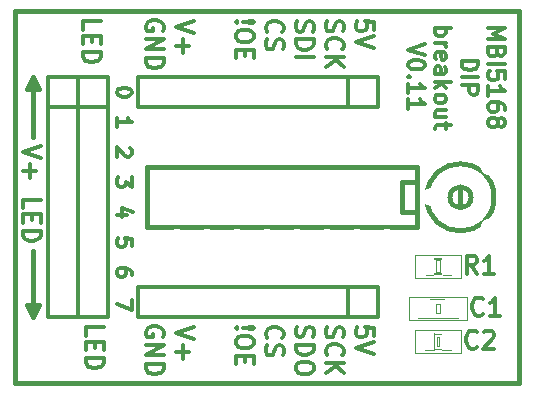
<source format=gto>
G04 (created by PCBNEW (2013-01-23 BZR 3920)-testing) date Thu 24 Jan 2013 02:16:04 AM CET*
%MOIN*%
G04 Gerber Fmt 3.4, Leading zero omitted, Abs format*
%FSLAX34Y34*%
G01*
G70*
G90*
G04 APERTURE LIST*
%ADD10C,2.3622e-06*%
%ADD11C,0.015*%
%ADD12C,0.012*%
%ADD13C,0.0026*%
%ADD14C,0.006*%
%ADD15C,0.002*%
%ADD16C,0.004*%
%ADD17R,0.06X0.06*%
%ADD18C,0.06*%
%ADD19R,0.0511X0.059*%
%ADD20R,0.0629X0.0708*%
%ADD21R,0.062X0.09*%
%ADD22O,0.062X0.09*%
G04 APERTURE END LIST*
G54D10*
G54D11*
X58500Y-29800D02*
X41700Y-29800D01*
X41700Y-17400D02*
X58500Y-17400D01*
X58500Y-29800D02*
X58500Y-17400D01*
G54D12*
X49114Y-27964D02*
X49085Y-27992D01*
X49057Y-27964D01*
X49085Y-27935D01*
X49114Y-27964D01*
X49057Y-27964D01*
X49285Y-27964D02*
X49628Y-27935D01*
X49657Y-27964D01*
X49628Y-27992D01*
X49285Y-27964D01*
X49657Y-27964D01*
X49657Y-28364D02*
X49657Y-28478D01*
X49628Y-28535D01*
X49571Y-28592D01*
X49457Y-28621D01*
X49257Y-28621D01*
X49142Y-28592D01*
X49085Y-28535D01*
X49057Y-28478D01*
X49057Y-28364D01*
X49085Y-28307D01*
X49142Y-28250D01*
X49257Y-28221D01*
X49457Y-28221D01*
X49571Y-28250D01*
X49628Y-28307D01*
X49657Y-28364D01*
X49371Y-28878D02*
X49371Y-29078D01*
X49057Y-29164D02*
X49057Y-28878D01*
X49657Y-28878D01*
X49657Y-29164D01*
X44057Y-28214D02*
X44057Y-27928D01*
X44657Y-27928D01*
X44371Y-28414D02*
X44371Y-28614D01*
X44057Y-28700D02*
X44057Y-28414D01*
X44657Y-28414D01*
X44657Y-28700D01*
X44057Y-28957D02*
X44657Y-28957D01*
X44657Y-29100D01*
X44628Y-29185D01*
X44571Y-29242D01*
X44514Y-29271D01*
X44400Y-29300D01*
X44314Y-29300D01*
X44200Y-29271D01*
X44142Y-29242D01*
X44085Y-29185D01*
X44057Y-29100D01*
X44057Y-28957D01*
X43957Y-18014D02*
X43957Y-17728D01*
X44557Y-17728D01*
X44271Y-18214D02*
X44271Y-18414D01*
X43957Y-18500D02*
X43957Y-18214D01*
X44557Y-18214D01*
X44557Y-18500D01*
X43957Y-18757D02*
X44557Y-18757D01*
X44557Y-18900D01*
X44528Y-18985D01*
X44471Y-19042D01*
X44414Y-19071D01*
X44300Y-19100D01*
X44214Y-19100D01*
X44100Y-19071D01*
X44042Y-19042D01*
X43985Y-18985D01*
X43957Y-18900D01*
X43957Y-18757D01*
G54D11*
X42100Y-27200D02*
X42300Y-27600D01*
X42500Y-27200D02*
X42100Y-27200D01*
X42300Y-27600D02*
X42500Y-27200D01*
X42500Y-20000D02*
X42300Y-19600D01*
X42100Y-20000D02*
X42500Y-20000D01*
X42300Y-19600D02*
X42100Y-20000D01*
X42300Y-27600D02*
X42300Y-25400D01*
X42300Y-19600D02*
X42300Y-21600D01*
G54D12*
X57477Y-17963D02*
X58027Y-17963D01*
X57634Y-18146D01*
X58027Y-18329D01*
X57477Y-18329D01*
X57765Y-18775D02*
X57739Y-18853D01*
X57713Y-18879D01*
X57660Y-18905D01*
X57582Y-18905D01*
X57529Y-18879D01*
X57503Y-18853D01*
X57477Y-18801D01*
X57477Y-18591D01*
X58027Y-18591D01*
X58027Y-18775D01*
X58001Y-18827D01*
X57975Y-18853D01*
X57922Y-18879D01*
X57870Y-18879D01*
X57817Y-18853D01*
X57791Y-18827D01*
X57765Y-18775D01*
X57765Y-18591D01*
X57477Y-19141D02*
X58027Y-19141D01*
X58027Y-19665D02*
X58027Y-19403D01*
X57765Y-19377D01*
X57791Y-19403D01*
X57817Y-19455D01*
X57817Y-19586D01*
X57791Y-19639D01*
X57765Y-19665D01*
X57713Y-19691D01*
X57582Y-19691D01*
X57529Y-19665D01*
X57503Y-19639D01*
X57477Y-19586D01*
X57477Y-19455D01*
X57503Y-19403D01*
X57529Y-19377D01*
X57477Y-20215D02*
X57477Y-19901D01*
X57477Y-20058D02*
X58027Y-20058D01*
X57948Y-20005D01*
X57896Y-19953D01*
X57870Y-19901D01*
X58027Y-20686D02*
X58027Y-20582D01*
X58001Y-20529D01*
X57975Y-20503D01*
X57896Y-20451D01*
X57791Y-20425D01*
X57582Y-20425D01*
X57529Y-20451D01*
X57503Y-20477D01*
X57477Y-20529D01*
X57477Y-20634D01*
X57503Y-20686D01*
X57529Y-20713D01*
X57582Y-20739D01*
X57713Y-20739D01*
X57765Y-20713D01*
X57791Y-20686D01*
X57817Y-20634D01*
X57817Y-20529D01*
X57791Y-20477D01*
X57765Y-20451D01*
X57713Y-20425D01*
X57791Y-21053D02*
X57817Y-21001D01*
X57844Y-20975D01*
X57896Y-20948D01*
X57922Y-20948D01*
X57975Y-20975D01*
X58001Y-21001D01*
X58027Y-21053D01*
X58027Y-21158D01*
X58001Y-21210D01*
X57975Y-21236D01*
X57922Y-21263D01*
X57896Y-21263D01*
X57844Y-21236D01*
X57817Y-21210D01*
X57791Y-21158D01*
X57791Y-21053D01*
X57765Y-21001D01*
X57739Y-20975D01*
X57686Y-20948D01*
X57582Y-20948D01*
X57529Y-20975D01*
X57503Y-21001D01*
X57477Y-21053D01*
X57477Y-21158D01*
X57503Y-21210D01*
X57529Y-21236D01*
X57582Y-21263D01*
X57686Y-21263D01*
X57739Y-21236D01*
X57765Y-21210D01*
X57791Y-21158D01*
X56587Y-19050D02*
X57137Y-19050D01*
X57137Y-19180D01*
X57111Y-19259D01*
X57058Y-19311D01*
X57006Y-19338D01*
X56901Y-19364D01*
X56823Y-19364D01*
X56718Y-19338D01*
X56665Y-19311D01*
X56613Y-19259D01*
X56587Y-19180D01*
X56587Y-19050D01*
X56587Y-19600D02*
X57137Y-19600D01*
X56587Y-19861D02*
X57137Y-19861D01*
X57137Y-20071D01*
X57111Y-20123D01*
X57085Y-20150D01*
X57032Y-20176D01*
X56954Y-20176D01*
X56901Y-20150D01*
X56875Y-20123D01*
X56849Y-20071D01*
X56849Y-19861D01*
X55697Y-17950D02*
X56247Y-17950D01*
X56037Y-17950D02*
X56064Y-18002D01*
X56064Y-18107D01*
X56037Y-18159D01*
X56011Y-18185D01*
X55959Y-18211D01*
X55802Y-18211D01*
X55749Y-18185D01*
X55723Y-18159D01*
X55697Y-18107D01*
X55697Y-18002D01*
X55723Y-17950D01*
X55697Y-18447D02*
X56064Y-18447D01*
X55959Y-18447D02*
X56011Y-18473D01*
X56037Y-18500D01*
X56064Y-18552D01*
X56064Y-18604D01*
X55723Y-18997D02*
X55697Y-18945D01*
X55697Y-18840D01*
X55723Y-18788D01*
X55775Y-18761D01*
X55985Y-18761D01*
X56037Y-18788D01*
X56064Y-18840D01*
X56064Y-18945D01*
X56037Y-18997D01*
X55985Y-19023D01*
X55933Y-19023D01*
X55880Y-18761D01*
X55697Y-19495D02*
X55985Y-19495D01*
X56037Y-19469D01*
X56064Y-19416D01*
X56064Y-19311D01*
X56037Y-19259D01*
X55723Y-19495D02*
X55697Y-19442D01*
X55697Y-19311D01*
X55723Y-19259D01*
X55775Y-19233D01*
X55828Y-19233D01*
X55880Y-19259D01*
X55906Y-19311D01*
X55906Y-19442D01*
X55933Y-19495D01*
X55697Y-19757D02*
X56247Y-19757D01*
X55906Y-19809D02*
X55697Y-19966D01*
X56064Y-19966D02*
X55854Y-19757D01*
X55697Y-20280D02*
X55723Y-20228D01*
X55749Y-20202D01*
X55802Y-20176D01*
X55959Y-20176D01*
X56011Y-20202D01*
X56037Y-20228D01*
X56064Y-20280D01*
X56064Y-20359D01*
X56037Y-20411D01*
X56011Y-20438D01*
X55959Y-20464D01*
X55802Y-20464D01*
X55749Y-20438D01*
X55723Y-20411D01*
X55697Y-20359D01*
X55697Y-20280D01*
X56064Y-20935D02*
X55697Y-20935D01*
X56064Y-20700D02*
X55775Y-20700D01*
X55723Y-20726D01*
X55697Y-20778D01*
X55697Y-20857D01*
X55723Y-20909D01*
X55749Y-20935D01*
X56064Y-21119D02*
X56064Y-21328D01*
X56247Y-21197D02*
X55775Y-21197D01*
X55723Y-21223D01*
X55697Y-21276D01*
X55697Y-21328D01*
X55357Y-18500D02*
X54807Y-18683D01*
X55357Y-18866D01*
X55357Y-19154D02*
X55357Y-19207D01*
X55331Y-19259D01*
X55305Y-19285D01*
X55252Y-19311D01*
X55147Y-19338D01*
X55016Y-19338D01*
X54912Y-19311D01*
X54859Y-19285D01*
X54833Y-19259D01*
X54807Y-19207D01*
X54807Y-19154D01*
X54833Y-19102D01*
X54859Y-19076D01*
X54912Y-19050D01*
X55016Y-19023D01*
X55147Y-19023D01*
X55252Y-19050D01*
X55305Y-19076D01*
X55331Y-19102D01*
X55357Y-19154D01*
X54859Y-19573D02*
X54833Y-19600D01*
X54807Y-19573D01*
X54833Y-19547D01*
X54859Y-19573D01*
X54807Y-19573D01*
X54807Y-20123D02*
X54807Y-19809D01*
X54807Y-19966D02*
X55357Y-19966D01*
X55278Y-19914D01*
X55226Y-19861D01*
X55200Y-19809D01*
X54807Y-20647D02*
X54807Y-20333D01*
X54807Y-20490D02*
X55357Y-20490D01*
X55278Y-20438D01*
X55226Y-20385D01*
X55200Y-20333D01*
G54D11*
X41700Y-17400D02*
X41700Y-29800D01*
G54D12*
X46628Y-18042D02*
X46657Y-17985D01*
X46657Y-17900D01*
X46628Y-17814D01*
X46571Y-17757D01*
X46514Y-17728D01*
X46400Y-17700D01*
X46314Y-17700D01*
X46200Y-17728D01*
X46142Y-17757D01*
X46085Y-17814D01*
X46057Y-17900D01*
X46057Y-17957D01*
X46085Y-18042D01*
X46114Y-18071D01*
X46314Y-18071D01*
X46314Y-17957D01*
X46057Y-18328D02*
X46657Y-18328D01*
X46057Y-18671D01*
X46657Y-18671D01*
X46057Y-18957D02*
X46657Y-18957D01*
X46657Y-19100D01*
X46628Y-19185D01*
X46571Y-19242D01*
X46514Y-19271D01*
X46400Y-19300D01*
X46314Y-19300D01*
X46200Y-19271D01*
X46142Y-19242D01*
X46085Y-19185D01*
X46057Y-19100D01*
X46057Y-18957D01*
X47657Y-17728D02*
X47057Y-17928D01*
X47657Y-18128D01*
X47285Y-18328D02*
X47285Y-18785D01*
X47057Y-18557D02*
X47514Y-18557D01*
X49114Y-17764D02*
X49085Y-17792D01*
X49057Y-17764D01*
X49085Y-17735D01*
X49114Y-17764D01*
X49057Y-17764D01*
X49285Y-17764D02*
X49628Y-17735D01*
X49657Y-17764D01*
X49628Y-17792D01*
X49285Y-17764D01*
X49657Y-17764D01*
X49657Y-18164D02*
X49657Y-18278D01*
X49628Y-18335D01*
X49571Y-18392D01*
X49457Y-18421D01*
X49257Y-18421D01*
X49142Y-18392D01*
X49085Y-18335D01*
X49057Y-18278D01*
X49057Y-18164D01*
X49085Y-18107D01*
X49142Y-18050D01*
X49257Y-18021D01*
X49457Y-18021D01*
X49571Y-18050D01*
X49628Y-18107D01*
X49657Y-18164D01*
X49371Y-18678D02*
X49371Y-18878D01*
X49057Y-18964D02*
X49057Y-18678D01*
X49657Y-18678D01*
X49657Y-18964D01*
X50114Y-18100D02*
X50085Y-18071D01*
X50057Y-17985D01*
X50057Y-17928D01*
X50085Y-17842D01*
X50142Y-17785D01*
X50200Y-17757D01*
X50314Y-17728D01*
X50400Y-17728D01*
X50514Y-17757D01*
X50571Y-17785D01*
X50628Y-17842D01*
X50657Y-17928D01*
X50657Y-17985D01*
X50628Y-18071D01*
X50600Y-18100D01*
X50085Y-18328D02*
X50057Y-18414D01*
X50057Y-18557D01*
X50085Y-18614D01*
X50114Y-18642D01*
X50171Y-18671D01*
X50228Y-18671D01*
X50285Y-18642D01*
X50314Y-18614D01*
X50342Y-18557D01*
X50371Y-18442D01*
X50400Y-18385D01*
X50428Y-18357D01*
X50485Y-18328D01*
X50542Y-18328D01*
X50600Y-18357D01*
X50628Y-18385D01*
X50657Y-18442D01*
X50657Y-18585D01*
X50628Y-18671D01*
X52085Y-17728D02*
X52057Y-17814D01*
X52057Y-17957D01*
X52085Y-18014D01*
X52114Y-18042D01*
X52171Y-18071D01*
X52228Y-18071D01*
X52285Y-18042D01*
X52314Y-18014D01*
X52342Y-17957D01*
X52371Y-17842D01*
X52400Y-17785D01*
X52428Y-17757D01*
X52485Y-17728D01*
X52542Y-17728D01*
X52600Y-17757D01*
X52628Y-17785D01*
X52657Y-17842D01*
X52657Y-17985D01*
X52628Y-18071D01*
X52114Y-18671D02*
X52085Y-18642D01*
X52057Y-18557D01*
X52057Y-18500D01*
X52085Y-18414D01*
X52142Y-18357D01*
X52200Y-18328D01*
X52314Y-18300D01*
X52400Y-18300D01*
X52514Y-18328D01*
X52571Y-18357D01*
X52628Y-18414D01*
X52657Y-18500D01*
X52657Y-18557D01*
X52628Y-18642D01*
X52600Y-18671D01*
X52057Y-18928D02*
X52657Y-18928D01*
X52057Y-19271D02*
X52400Y-19014D01*
X52657Y-19271D02*
X52314Y-18928D01*
X51085Y-17735D02*
X51057Y-17821D01*
X51057Y-17964D01*
X51085Y-18021D01*
X51114Y-18050D01*
X51171Y-18078D01*
X51228Y-18078D01*
X51285Y-18050D01*
X51314Y-18021D01*
X51342Y-17964D01*
X51371Y-17850D01*
X51400Y-17792D01*
X51428Y-17764D01*
X51485Y-17735D01*
X51542Y-17735D01*
X51600Y-17764D01*
X51628Y-17792D01*
X51657Y-17850D01*
X51657Y-17992D01*
X51628Y-18078D01*
X51057Y-18335D02*
X51657Y-18335D01*
X51657Y-18478D01*
X51628Y-18564D01*
X51571Y-18621D01*
X51514Y-18650D01*
X51400Y-18678D01*
X51314Y-18678D01*
X51200Y-18650D01*
X51142Y-18621D01*
X51085Y-18564D01*
X51057Y-18478D01*
X51057Y-18335D01*
X51057Y-18935D02*
X51657Y-18935D01*
X53657Y-18035D02*
X53657Y-17750D01*
X53371Y-17721D01*
X53400Y-17750D01*
X53428Y-17807D01*
X53428Y-17950D01*
X53400Y-18007D01*
X53371Y-18035D01*
X53314Y-18064D01*
X53171Y-18064D01*
X53114Y-18035D01*
X53085Y-18007D01*
X53057Y-17950D01*
X53057Y-17807D01*
X53085Y-17750D01*
X53114Y-17721D01*
X53657Y-18235D02*
X53057Y-18435D01*
X53657Y-18635D01*
X53657Y-28235D02*
X53657Y-27950D01*
X53371Y-27921D01*
X53400Y-27950D01*
X53428Y-28007D01*
X53428Y-28150D01*
X53400Y-28207D01*
X53371Y-28235D01*
X53314Y-28264D01*
X53171Y-28264D01*
X53114Y-28235D01*
X53085Y-28207D01*
X53057Y-28150D01*
X53057Y-28007D01*
X53085Y-27950D01*
X53114Y-27921D01*
X53657Y-28435D02*
X53057Y-28635D01*
X53657Y-28835D01*
X51085Y-27914D02*
X51057Y-28000D01*
X51057Y-28142D01*
X51085Y-28200D01*
X51114Y-28228D01*
X51171Y-28257D01*
X51228Y-28257D01*
X51285Y-28228D01*
X51314Y-28200D01*
X51342Y-28142D01*
X51371Y-28028D01*
X51400Y-27971D01*
X51428Y-27942D01*
X51485Y-27914D01*
X51542Y-27914D01*
X51600Y-27942D01*
X51628Y-27971D01*
X51657Y-28028D01*
X51657Y-28171D01*
X51628Y-28257D01*
X51057Y-28514D02*
X51657Y-28514D01*
X51657Y-28657D01*
X51628Y-28742D01*
X51571Y-28800D01*
X51514Y-28828D01*
X51400Y-28857D01*
X51314Y-28857D01*
X51200Y-28828D01*
X51142Y-28800D01*
X51085Y-28742D01*
X51057Y-28657D01*
X51057Y-28514D01*
X51657Y-29228D02*
X51657Y-29342D01*
X51628Y-29400D01*
X51571Y-29457D01*
X51457Y-29485D01*
X51257Y-29485D01*
X51142Y-29457D01*
X51085Y-29400D01*
X51057Y-29342D01*
X51057Y-29228D01*
X51085Y-29171D01*
X51142Y-29114D01*
X51257Y-29085D01*
X51457Y-29085D01*
X51571Y-29114D01*
X51628Y-29171D01*
X51657Y-29228D01*
X52085Y-27928D02*
X52057Y-28014D01*
X52057Y-28157D01*
X52085Y-28214D01*
X52114Y-28242D01*
X52171Y-28271D01*
X52228Y-28271D01*
X52285Y-28242D01*
X52314Y-28214D01*
X52342Y-28157D01*
X52371Y-28042D01*
X52400Y-27985D01*
X52428Y-27957D01*
X52485Y-27928D01*
X52542Y-27928D01*
X52600Y-27957D01*
X52628Y-27985D01*
X52657Y-28042D01*
X52657Y-28185D01*
X52628Y-28271D01*
X52114Y-28871D02*
X52085Y-28842D01*
X52057Y-28757D01*
X52057Y-28700D01*
X52085Y-28614D01*
X52142Y-28557D01*
X52200Y-28528D01*
X52314Y-28500D01*
X52400Y-28500D01*
X52514Y-28528D01*
X52571Y-28557D01*
X52628Y-28614D01*
X52657Y-28700D01*
X52657Y-28757D01*
X52628Y-28842D01*
X52600Y-28871D01*
X52057Y-29128D02*
X52657Y-29128D01*
X52057Y-29471D02*
X52400Y-29214D01*
X52657Y-29471D02*
X52314Y-29128D01*
X50114Y-28300D02*
X50085Y-28271D01*
X50057Y-28185D01*
X50057Y-28128D01*
X50085Y-28042D01*
X50142Y-27985D01*
X50200Y-27957D01*
X50314Y-27928D01*
X50400Y-27928D01*
X50514Y-27957D01*
X50571Y-27985D01*
X50628Y-28042D01*
X50657Y-28128D01*
X50657Y-28185D01*
X50628Y-28271D01*
X50600Y-28300D01*
X50085Y-28528D02*
X50057Y-28614D01*
X50057Y-28757D01*
X50085Y-28814D01*
X50114Y-28842D01*
X50171Y-28871D01*
X50228Y-28871D01*
X50285Y-28842D01*
X50314Y-28814D01*
X50342Y-28757D01*
X50371Y-28642D01*
X50400Y-28585D01*
X50428Y-28557D01*
X50485Y-28528D01*
X50542Y-28528D01*
X50600Y-28557D01*
X50628Y-28585D01*
X50657Y-28642D01*
X50657Y-28785D01*
X50628Y-28871D01*
X47657Y-27928D02*
X47057Y-28128D01*
X47657Y-28328D01*
X47285Y-28528D02*
X47285Y-28985D01*
X47057Y-28757D02*
X47514Y-28757D01*
X46628Y-28242D02*
X46657Y-28185D01*
X46657Y-28100D01*
X46628Y-28014D01*
X46571Y-27957D01*
X46514Y-27928D01*
X46400Y-27900D01*
X46314Y-27900D01*
X46200Y-27928D01*
X46142Y-27957D01*
X46085Y-28014D01*
X46057Y-28100D01*
X46057Y-28157D01*
X46085Y-28242D01*
X46114Y-28271D01*
X46314Y-28271D01*
X46314Y-28157D01*
X46057Y-28528D02*
X46657Y-28528D01*
X46057Y-28871D01*
X46657Y-28871D01*
X46057Y-29157D02*
X46657Y-29157D01*
X46657Y-29300D01*
X46628Y-29385D01*
X46571Y-29442D01*
X46514Y-29471D01*
X46400Y-29500D01*
X46314Y-29500D01*
X46200Y-29471D01*
X46142Y-29442D01*
X46085Y-29385D01*
X46057Y-29300D01*
X46057Y-29157D01*
X45430Y-24195D02*
X45097Y-24195D01*
X45621Y-24076D02*
X45264Y-23957D01*
X45264Y-24266D01*
X45597Y-25219D02*
X45597Y-24980D01*
X45359Y-24957D01*
X45383Y-24980D01*
X45407Y-25028D01*
X45407Y-25147D01*
X45383Y-25195D01*
X45359Y-25219D01*
X45311Y-25242D01*
X45192Y-25242D01*
X45145Y-25219D01*
X45121Y-25195D01*
X45097Y-25147D01*
X45097Y-25028D01*
X45121Y-24980D01*
X45145Y-24957D01*
X45597Y-27033D02*
X45597Y-27366D01*
X45097Y-27152D01*
X45597Y-26195D02*
X45597Y-26100D01*
X45573Y-26052D01*
X45550Y-26028D01*
X45478Y-25980D01*
X45383Y-25957D01*
X45192Y-25957D01*
X45145Y-25980D01*
X45121Y-26004D01*
X45097Y-26052D01*
X45097Y-26147D01*
X45121Y-26195D01*
X45145Y-26219D01*
X45192Y-26242D01*
X45311Y-26242D01*
X45359Y-26219D01*
X45383Y-26195D01*
X45407Y-26147D01*
X45407Y-26052D01*
X45383Y-26004D01*
X45359Y-25980D01*
X45311Y-25957D01*
X45550Y-21957D02*
X45573Y-21980D01*
X45597Y-22028D01*
X45597Y-22147D01*
X45573Y-22195D01*
X45550Y-22219D01*
X45502Y-22242D01*
X45454Y-22242D01*
X45383Y-22219D01*
X45097Y-21933D01*
X45097Y-22242D01*
X45597Y-22933D02*
X45597Y-23242D01*
X45407Y-23076D01*
X45407Y-23147D01*
X45383Y-23195D01*
X45359Y-23219D01*
X45311Y-23242D01*
X45192Y-23242D01*
X45145Y-23219D01*
X45121Y-23195D01*
X45097Y-23147D01*
X45097Y-23004D01*
X45121Y-22957D01*
X45145Y-22933D01*
X45097Y-21242D02*
X45097Y-20957D01*
X45097Y-21100D02*
X45597Y-21100D01*
X45526Y-21052D01*
X45478Y-21004D01*
X45454Y-20957D01*
X45597Y-20076D02*
X45597Y-20123D01*
X45573Y-20171D01*
X45550Y-20195D01*
X45502Y-20219D01*
X45407Y-20242D01*
X45288Y-20242D01*
X45192Y-20219D01*
X45145Y-20195D01*
X45121Y-20171D01*
X45097Y-20123D01*
X45097Y-20076D01*
X45121Y-20028D01*
X45145Y-20004D01*
X45192Y-19980D01*
X45288Y-19957D01*
X45407Y-19957D01*
X45502Y-19980D01*
X45550Y-20004D01*
X45573Y-20028D01*
X45597Y-20076D01*
X42557Y-21885D02*
X41957Y-22085D01*
X42557Y-22285D01*
X42185Y-22485D02*
X42185Y-22942D01*
X41957Y-22714D02*
X42414Y-22714D01*
X41957Y-23971D02*
X41957Y-23685D01*
X42557Y-23685D01*
X42271Y-24171D02*
X42271Y-24371D01*
X41957Y-24457D02*
X41957Y-24171D01*
X42557Y-24171D01*
X42557Y-24457D01*
X41957Y-24714D02*
X42557Y-24714D01*
X42557Y-24857D01*
X42528Y-24942D01*
X42471Y-25000D01*
X42414Y-25028D01*
X42300Y-25057D01*
X42214Y-25057D01*
X42100Y-25028D01*
X42042Y-25000D01*
X41985Y-24942D01*
X41957Y-24857D01*
X41957Y-24714D01*
X43800Y-19600D02*
X43800Y-27600D01*
X44800Y-27600D02*
X43800Y-27600D01*
X44800Y-19600D02*
X44800Y-27600D01*
X43800Y-19600D02*
X44800Y-19600D01*
X44800Y-20600D02*
X43800Y-20600D01*
X42800Y-19600D02*
X42800Y-27600D01*
X43800Y-27600D02*
X42800Y-27600D01*
X43800Y-19600D02*
X43800Y-27600D01*
X42800Y-19600D02*
X43800Y-19600D01*
X43800Y-20600D02*
X42800Y-20600D01*
X53800Y-19600D02*
X45800Y-19600D01*
X45800Y-20600D02*
X45800Y-19600D01*
X53800Y-20600D02*
X45800Y-20600D01*
X53800Y-19600D02*
X53800Y-20600D01*
X52800Y-20600D02*
X52800Y-19600D01*
X53800Y-26600D02*
X45800Y-26600D01*
X45800Y-27600D02*
X45800Y-26600D01*
X53800Y-27600D02*
X45800Y-27600D01*
X53800Y-26600D02*
X53800Y-27600D01*
X52800Y-27600D02*
X52800Y-26600D01*
G54D13*
X55640Y-25625D02*
X55385Y-25625D01*
X55385Y-25625D02*
X55385Y-26176D01*
X55640Y-26176D02*
X55385Y-26176D01*
X55640Y-25625D02*
X55640Y-26176D01*
X56220Y-25625D02*
X55964Y-25625D01*
X55964Y-25625D02*
X55964Y-26176D01*
X56220Y-26176D02*
X55964Y-26176D01*
X56220Y-25625D02*
X56220Y-26176D01*
X55878Y-25704D02*
X55722Y-25704D01*
X55722Y-25704D02*
X55722Y-26096D01*
X55878Y-26096D02*
X55722Y-26096D01*
X55878Y-25704D02*
X55878Y-26096D01*
G54D14*
X55961Y-26150D02*
X55639Y-26150D01*
X55961Y-25650D02*
X55639Y-25650D01*
G54D15*
X56576Y-26287D02*
X55024Y-26287D01*
X55024Y-26287D02*
X55024Y-25513D01*
X55024Y-25513D02*
X56576Y-25513D01*
X56576Y-25513D02*
X56576Y-26287D01*
G54D13*
X55130Y-27635D02*
X55426Y-27635D01*
X55426Y-27635D02*
X55426Y-26966D01*
X55130Y-26966D02*
X55426Y-26966D01*
X55130Y-27635D02*
X55130Y-26966D01*
X56174Y-27634D02*
X56470Y-27634D01*
X56470Y-27634D02*
X56470Y-26965D01*
X56174Y-26965D02*
X56470Y-26965D01*
X56174Y-27634D02*
X56174Y-26965D01*
X55722Y-27457D02*
X55878Y-27457D01*
X55878Y-27457D02*
X55878Y-27143D01*
X55722Y-27143D02*
X55878Y-27143D01*
X55722Y-27457D02*
X55722Y-27143D01*
G54D15*
X54827Y-26913D02*
X56773Y-26913D01*
X56773Y-27687D02*
X54827Y-27687D01*
X54827Y-27687D02*
X54827Y-26913D01*
X56773Y-26913D02*
X56773Y-27687D01*
G54D16*
X55421Y-26991D02*
X56179Y-26991D01*
X55421Y-27609D02*
X56179Y-27609D01*
G54D13*
X55371Y-28685D02*
X55666Y-28685D01*
X55666Y-28685D02*
X55666Y-28115D01*
X55371Y-28115D02*
X55666Y-28115D01*
X55371Y-28685D02*
X55371Y-28115D01*
X55940Y-28685D02*
X56235Y-28685D01*
X56235Y-28685D02*
X56235Y-28115D01*
X55940Y-28115D02*
X56235Y-28115D01*
X55940Y-28685D02*
X55940Y-28115D01*
X55761Y-28557D02*
X55839Y-28557D01*
X55839Y-28557D02*
X55839Y-28243D01*
X55761Y-28243D02*
X55839Y-28243D01*
X55761Y-28557D02*
X55761Y-28243D01*
G54D15*
X55024Y-28013D02*
X56576Y-28013D01*
X56576Y-28787D02*
X55024Y-28787D01*
X55024Y-28787D02*
X55024Y-28013D01*
G54D16*
X55650Y-28141D02*
X55950Y-28141D01*
X55660Y-28659D02*
X55950Y-28659D01*
G54D15*
X56576Y-28013D02*
X56576Y-28787D01*
G54D11*
X56550Y-23350D02*
X56550Y-23850D01*
X57668Y-23600D02*
G75*
G03X57668Y-23600I-1118J0D01*
G74*
G01*
X56903Y-23600D02*
G75*
G03X56903Y-23600I-353J0D01*
G74*
G01*
X55100Y-24100D02*
X55100Y-24100D01*
X55100Y-24100D02*
X54600Y-24100D01*
X54600Y-24100D02*
X54600Y-23100D01*
X54600Y-23100D02*
X55100Y-23100D01*
X55100Y-24600D02*
X46100Y-24600D01*
X46100Y-24600D02*
X46100Y-22600D01*
X46100Y-22600D02*
X55100Y-22600D01*
X55100Y-22600D02*
X55100Y-24600D01*
G54D12*
X57100Y-26142D02*
X56900Y-25857D01*
X56757Y-26142D02*
X56757Y-25542D01*
X56985Y-25542D01*
X57042Y-25571D01*
X57071Y-25600D01*
X57100Y-25657D01*
X57100Y-25742D01*
X57071Y-25800D01*
X57042Y-25828D01*
X56985Y-25857D01*
X56757Y-25857D01*
X57671Y-26142D02*
X57328Y-26142D01*
X57500Y-26142D02*
X57500Y-25542D01*
X57442Y-25628D01*
X57385Y-25685D01*
X57328Y-25714D01*
X57300Y-27485D02*
X57271Y-27514D01*
X57185Y-27542D01*
X57128Y-27542D01*
X57042Y-27514D01*
X56985Y-27457D01*
X56957Y-27400D01*
X56928Y-27285D01*
X56928Y-27200D01*
X56957Y-27085D01*
X56985Y-27028D01*
X57042Y-26971D01*
X57128Y-26942D01*
X57185Y-26942D01*
X57271Y-26971D01*
X57300Y-27000D01*
X57871Y-27542D02*
X57528Y-27542D01*
X57700Y-27542D02*
X57700Y-26942D01*
X57642Y-27028D01*
X57585Y-27085D01*
X57528Y-27114D01*
X57100Y-28585D02*
X57071Y-28614D01*
X56985Y-28642D01*
X56928Y-28642D01*
X56842Y-28614D01*
X56785Y-28557D01*
X56757Y-28500D01*
X56728Y-28385D01*
X56728Y-28300D01*
X56757Y-28185D01*
X56785Y-28128D01*
X56842Y-28071D01*
X56928Y-28042D01*
X56985Y-28042D01*
X57071Y-28071D01*
X57100Y-28100D01*
X57328Y-28100D02*
X57357Y-28071D01*
X57414Y-28042D01*
X57557Y-28042D01*
X57614Y-28071D01*
X57642Y-28100D01*
X57671Y-28157D01*
X57671Y-28214D01*
X57642Y-28300D01*
X57300Y-28642D01*
X57671Y-28642D01*
%LPC*%
G54D17*
X44300Y-20100D03*
G54D18*
X44300Y-21100D03*
X44300Y-22100D03*
X44300Y-23100D03*
X44300Y-24100D03*
X44300Y-25100D03*
X44300Y-26100D03*
X44300Y-27100D03*
G54D17*
X43300Y-20100D03*
G54D18*
X43300Y-21100D03*
X43300Y-22100D03*
X43300Y-23100D03*
X43300Y-24100D03*
X43300Y-25100D03*
X43300Y-26100D03*
X43300Y-27100D03*
G54D17*
X53300Y-20100D03*
G54D18*
X52300Y-20100D03*
X51300Y-20100D03*
X50300Y-20100D03*
X49300Y-20100D03*
X48300Y-20100D03*
X47300Y-20100D03*
X46300Y-20100D03*
G54D17*
X53300Y-27100D03*
G54D18*
X52300Y-27100D03*
X51300Y-27100D03*
X50300Y-27100D03*
X49300Y-27100D03*
X48300Y-27100D03*
X47300Y-27100D03*
X46300Y-27100D03*
G54D19*
X56174Y-25900D03*
X55426Y-25900D03*
G54D20*
X55249Y-27300D03*
X56351Y-27300D03*
G54D19*
X55426Y-28400D03*
X56174Y-28400D03*
G54D18*
X55550Y-23600D03*
X57550Y-22600D03*
X57550Y-24600D03*
G54D21*
X54100Y-22100D03*
G54D22*
X53100Y-22100D03*
X52100Y-22100D03*
X51100Y-22100D03*
X50100Y-22100D03*
X49100Y-22100D03*
X48100Y-22100D03*
X47100Y-22100D03*
X47100Y-25100D03*
X48100Y-25100D03*
X49100Y-25100D03*
X50100Y-25100D03*
X51100Y-25100D03*
X52100Y-25100D03*
X53100Y-25100D03*
X54100Y-25100D03*
M02*

</source>
